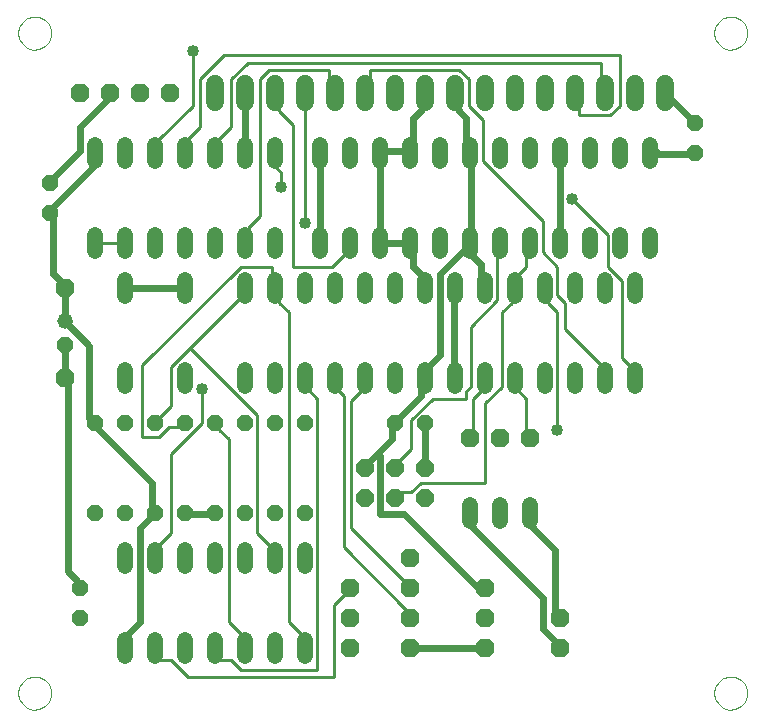
<source format=gtl>
G75*
G70*
%OFA0B0*%
%FSLAX24Y24*%
%IPPOS*%
%LPD*%
%AMOC8*
5,1,8,0,0,1.08239X$1,22.5*
%
%ADD10C,0.0000*%
%ADD11C,0.0520*%
%ADD12OC8,0.0520*%
%ADD13OC8,0.0600*%
%ADD14OC8,0.0630*%
%ADD15C,0.0600*%
%ADD16C,0.0520*%
%ADD17C,0.0240*%
%ADD18C,0.0100*%
%ADD19C,0.0400*%
D10*
X000634Y001185D02*
X000671Y001384D01*
X000778Y001556D01*
X000939Y001678D01*
X001134Y001734D01*
X001336Y001715D01*
X001517Y001625D01*
X001653Y001475D01*
X001727Y001286D01*
X001727Y001084D01*
X001653Y000895D01*
X001517Y000745D01*
X001336Y000655D01*
X001134Y000636D01*
X000939Y000692D01*
X000778Y000814D01*
X000671Y000986D01*
X000634Y001185D01*
X000634Y023185D02*
X000671Y023384D01*
X000778Y023556D01*
X000939Y023678D01*
X001134Y023734D01*
X001336Y023715D01*
X001517Y023625D01*
X001653Y023475D01*
X001727Y023286D01*
X001727Y023084D01*
X001653Y022895D01*
X001517Y022745D01*
X001336Y022655D01*
X001134Y022636D01*
X000939Y022692D01*
X000778Y022814D01*
X000671Y022986D01*
X000634Y023185D01*
X023834Y023185D02*
X023871Y023384D01*
X023978Y023556D01*
X024139Y023678D01*
X024334Y023734D01*
X024536Y023715D01*
X024717Y023625D01*
X024853Y023475D01*
X024927Y023286D01*
X024927Y023084D01*
X024853Y022895D01*
X024717Y022745D01*
X024536Y022655D01*
X024334Y022636D01*
X024139Y022692D01*
X023978Y022814D01*
X023871Y022986D01*
X023834Y023185D01*
X023834Y001185D02*
X023871Y001384D01*
X023978Y001556D01*
X024139Y001678D01*
X024334Y001734D01*
X024536Y001715D01*
X024717Y001625D01*
X024853Y001475D01*
X024927Y001286D01*
X024927Y001084D01*
X024853Y000895D01*
X024717Y000745D01*
X024536Y000655D01*
X024334Y000636D01*
X024139Y000692D01*
X023978Y000814D01*
X023871Y000986D01*
X023834Y001185D01*
D11*
X017685Y006925D02*
X017685Y007445D01*
X016685Y007445D02*
X016685Y006925D01*
X015685Y006925D02*
X015685Y007445D01*
X015185Y011425D02*
X015185Y011945D01*
X014185Y011945D02*
X014185Y011425D01*
X013185Y011425D02*
X013185Y011945D01*
X012185Y011945D02*
X012185Y011425D01*
X011185Y011425D02*
X011185Y011945D01*
X010185Y011945D02*
X010185Y011425D01*
X009185Y011425D02*
X009185Y011945D01*
X008185Y011945D02*
X008185Y011425D01*
X006185Y011425D02*
X006185Y011945D01*
X004185Y011945D02*
X004185Y011425D01*
X004185Y014425D02*
X004185Y014945D01*
X004185Y015925D02*
X004185Y016445D01*
X003185Y016445D02*
X003185Y015925D01*
X005185Y015925D02*
X005185Y016445D01*
X006185Y016445D02*
X006185Y015925D01*
X006185Y014945D02*
X006185Y014425D01*
X007185Y015925D02*
X007185Y016445D01*
X008185Y016445D02*
X008185Y015925D01*
X008185Y014945D02*
X008185Y014425D01*
X009185Y014425D02*
X009185Y014945D01*
X009185Y015925D02*
X009185Y016445D01*
X010685Y016445D02*
X010685Y015925D01*
X011685Y015925D02*
X011685Y016445D01*
X012685Y016445D02*
X012685Y015925D01*
X013685Y015925D02*
X013685Y016445D01*
X014685Y016445D02*
X014685Y015925D01*
X015685Y015925D02*
X015685Y016445D01*
X016685Y016445D02*
X016685Y015925D01*
X017685Y015925D02*
X017685Y016445D01*
X018685Y016445D02*
X018685Y015925D01*
X019685Y015925D02*
X019685Y016445D01*
X020685Y016445D02*
X020685Y015925D01*
X021685Y015925D02*
X021685Y016445D01*
X021185Y014945D02*
X021185Y014425D01*
X020185Y014425D02*
X020185Y014945D01*
X019185Y014945D02*
X019185Y014425D01*
X018185Y014425D02*
X018185Y014945D01*
X017185Y014945D02*
X017185Y014425D01*
X016185Y014425D02*
X016185Y014945D01*
X015185Y014945D02*
X015185Y014425D01*
X014185Y014425D02*
X014185Y014945D01*
X013185Y014945D02*
X013185Y014425D01*
X012185Y014425D02*
X012185Y014945D01*
X011185Y014945D02*
X011185Y014425D01*
X010185Y014425D02*
X010185Y014945D01*
X010685Y018925D02*
X010685Y019445D01*
X011685Y019445D02*
X011685Y018925D01*
X012685Y018925D02*
X012685Y019445D01*
X013685Y019445D02*
X013685Y018925D01*
X014685Y018925D02*
X014685Y019445D01*
X015685Y019445D02*
X015685Y018925D01*
X016685Y018925D02*
X016685Y019445D01*
X017685Y019445D02*
X017685Y018925D01*
X018685Y018925D02*
X018685Y019445D01*
X019685Y019445D02*
X019685Y018925D01*
X020685Y018925D02*
X020685Y019445D01*
X021685Y019445D02*
X021685Y018925D01*
X021185Y011945D02*
X021185Y011425D01*
X020185Y011425D02*
X020185Y011945D01*
X019185Y011945D02*
X019185Y011425D01*
X018185Y011425D02*
X018185Y011945D01*
X017185Y011945D02*
X017185Y011425D01*
X016185Y011425D02*
X016185Y011945D01*
X010185Y005945D02*
X010185Y005425D01*
X009185Y005425D02*
X009185Y005945D01*
X008185Y005945D02*
X008185Y005425D01*
X007185Y005425D02*
X007185Y005945D01*
X006185Y005945D02*
X006185Y005425D01*
X005185Y005425D02*
X005185Y005945D01*
X004185Y005945D02*
X004185Y005425D01*
X004185Y002945D02*
X004185Y002425D01*
X005185Y002425D02*
X005185Y002945D01*
X006185Y002945D02*
X006185Y002425D01*
X007185Y002425D02*
X007185Y002945D01*
X008185Y002945D02*
X008185Y002425D01*
X009185Y002425D02*
X009185Y002945D01*
X010185Y002945D02*
X010185Y002425D01*
X009185Y018925D02*
X009185Y019445D01*
X008185Y019445D02*
X008185Y018925D01*
X007185Y018925D02*
X007185Y019445D01*
X006185Y019445D02*
X006185Y018925D01*
X005185Y018925D02*
X005185Y019445D01*
X004185Y019445D02*
X004185Y018925D01*
X003185Y018925D02*
X003185Y019445D01*
D12*
X001685Y018185D03*
X001685Y017185D03*
X002185Y012785D03*
X003185Y010185D03*
X004185Y010185D03*
X005185Y010185D03*
X006185Y010185D03*
X007185Y010185D03*
X008185Y010185D03*
X009185Y010185D03*
X010185Y010185D03*
X013185Y010185D03*
X014185Y010185D03*
X010185Y007185D03*
X009185Y007185D03*
X008185Y007185D03*
X007185Y007185D03*
X006185Y007185D03*
X005185Y007185D03*
X004185Y007185D03*
X003185Y007185D03*
X002685Y004685D03*
X002685Y003685D03*
X023185Y019185D03*
X023185Y020185D03*
D13*
X014185Y008685D03*
X014185Y007685D03*
X013185Y007685D03*
X012185Y007685D03*
X012185Y008685D03*
X013185Y008685D03*
D14*
X015685Y009685D03*
X016685Y009685D03*
X017685Y009685D03*
X013685Y005685D03*
X013685Y004685D03*
X013685Y003685D03*
X013685Y002685D03*
X011685Y002685D03*
X011685Y003685D03*
X011685Y004685D03*
X016185Y004685D03*
X016185Y003685D03*
X016185Y002685D03*
X018685Y002685D03*
X018685Y003685D03*
X002185Y011685D03*
X002185Y014685D03*
X002685Y021185D03*
X003685Y021185D03*
X004685Y021185D03*
X005685Y021185D03*
D15*
X007185Y020885D02*
X007185Y021485D01*
X008185Y021485D02*
X008185Y020885D01*
X009185Y020885D02*
X009185Y021485D01*
X010185Y021485D02*
X010185Y020885D01*
X011185Y020885D02*
X011185Y021485D01*
X012185Y021485D02*
X012185Y020885D01*
X013185Y020885D02*
X013185Y021485D01*
X014185Y021485D02*
X014185Y020885D01*
X015185Y020885D02*
X015185Y021485D01*
X016185Y021485D02*
X016185Y020885D01*
X017185Y020885D02*
X017185Y021485D01*
X018185Y021485D02*
X018185Y020885D01*
X019185Y020885D02*
X019185Y021485D01*
X020185Y021485D02*
X020185Y020885D01*
X021185Y020885D02*
X021185Y021485D01*
X022185Y021485D02*
X022185Y020885D01*
D16*
X002185Y013585D03*
D17*
X003005Y012765D01*
X003005Y010365D01*
X003185Y010185D01*
X003325Y009965D01*
X005085Y008205D01*
X005085Y007405D01*
X005185Y007185D01*
X004685Y006685D01*
X004685Y003565D01*
X004285Y003165D01*
X004185Y002685D01*
X002685Y004685D02*
X002605Y004925D01*
X002285Y005245D01*
X002285Y011405D01*
X002185Y011685D01*
X002205Y011965D01*
X002205Y012605D01*
X002185Y012785D01*
X002185Y013585D02*
X002205Y013805D01*
X002205Y014445D01*
X002185Y014685D01*
X002045Y014925D01*
X001805Y015165D01*
X001805Y017005D01*
X001685Y017185D01*
X001805Y017405D01*
X003085Y018685D01*
X003185Y019185D01*
X002685Y019245D02*
X002685Y020045D01*
X003565Y020925D01*
X003685Y021185D01*
X002685Y019245D02*
X001805Y018365D01*
X001685Y018185D01*
X004185Y014685D02*
X006185Y014685D01*
X010685Y016185D02*
X010685Y019185D01*
X012685Y019185D02*
X012685Y016185D01*
X012925Y016205D01*
X013485Y016205D01*
X013685Y016185D01*
X013805Y015725D01*
X013805Y015405D01*
X014045Y015165D01*
X014185Y014685D01*
X014685Y015165D02*
X015485Y015965D01*
X015685Y016185D01*
X015725Y016685D01*
X015725Y018685D01*
X015685Y019185D01*
X015565Y019645D01*
X015565Y020365D01*
X015325Y020605D01*
X015185Y021185D01*
X014185Y021185D02*
X014045Y020605D01*
X013805Y020365D01*
X013805Y019645D01*
X013685Y019185D01*
X013485Y019245D01*
X012925Y019245D01*
X012685Y019185D01*
X015685Y016185D02*
X015805Y015725D01*
X016045Y015485D01*
X016045Y015165D01*
X016185Y014685D01*
X015185Y014685D02*
X015165Y014205D01*
X015165Y012125D01*
X015185Y011685D01*
X014685Y012445D02*
X014365Y012125D01*
X014185Y011685D01*
X014045Y011245D01*
X014045Y011085D01*
X013325Y010365D01*
X013185Y010185D01*
X013085Y009965D01*
X013085Y009645D01*
X012605Y009165D01*
X012685Y009085D01*
X012685Y007165D01*
X013485Y007165D01*
X015885Y004765D01*
X016185Y004685D01*
X018125Y004365D02*
X015805Y006685D01*
X015685Y007185D01*
X014185Y008685D02*
X014205Y008925D01*
X014205Y009965D01*
X014185Y010185D01*
X012605Y009165D02*
X012365Y008925D01*
X012185Y008685D01*
X014685Y012445D02*
X014685Y015165D01*
X018685Y016185D02*
X018685Y019185D01*
X021685Y019185D02*
X021885Y019245D01*
X021965Y019165D01*
X023005Y019165D01*
X023185Y019185D01*
X023185Y020185D02*
X022185Y021185D01*
X008205Y020605D02*
X008205Y019645D01*
X008185Y019185D01*
X008205Y020605D02*
X008185Y021185D01*
X007185Y007185D02*
X007005Y007165D01*
X006365Y007165D01*
X006185Y007185D01*
X013685Y002685D02*
X016185Y002685D01*
X018125Y003325D02*
X018525Y002925D01*
X018685Y002685D01*
X018125Y003325D02*
X018125Y004365D01*
X018525Y003965D02*
X018685Y003685D01*
X018525Y003965D02*
X018525Y005965D01*
X017805Y006685D01*
X017685Y007185D01*
D18*
X016205Y008205D02*
X016205Y010845D01*
X016765Y011405D01*
X016765Y013885D01*
X017085Y014205D01*
X017185Y014685D01*
X017325Y015165D01*
X017565Y015405D01*
X017565Y015725D01*
X017685Y016185D01*
X018125Y015885D02*
X018125Y016925D01*
X016125Y018925D01*
X016125Y020285D01*
X015645Y020765D01*
X015645Y021645D01*
X015325Y021965D01*
X012365Y021965D01*
X012365Y021725D01*
X012185Y021185D01*
X011185Y021185D02*
X011005Y021725D01*
X011005Y021965D01*
X009005Y021965D01*
X008685Y021645D01*
X008685Y017085D01*
X008285Y016685D01*
X008185Y016185D01*
X008045Y015405D02*
X009085Y015405D01*
X009085Y015165D01*
X009185Y014685D01*
X009325Y014205D01*
X009645Y013885D01*
X009645Y003565D01*
X010045Y003165D01*
X010185Y002685D01*
X010605Y001965D02*
X010605Y011005D01*
X010365Y011245D01*
X010185Y011685D01*
X011185Y011685D02*
X011325Y011245D01*
X011485Y011085D01*
X011485Y006045D01*
X013565Y003965D01*
X013685Y003685D01*
X013685Y004685D02*
X013485Y004925D01*
X011725Y006685D01*
X011725Y010925D01*
X012045Y011245D01*
X012185Y011685D01*
X013725Y010285D02*
X014445Y011005D01*
X015565Y011005D01*
X015565Y011245D01*
X015725Y011405D01*
X015725Y013405D01*
X016605Y014285D01*
X016605Y015725D01*
X016685Y016185D01*
X018125Y015885D02*
X018605Y015405D01*
X018605Y014445D01*
X018845Y014205D01*
X018845Y013325D01*
X020045Y012125D01*
X020185Y011685D01*
X020765Y012365D02*
X021005Y012125D01*
X021185Y011685D01*
X020765Y012365D02*
X020765Y014925D01*
X020285Y015405D01*
X020285Y016445D01*
X019085Y017645D01*
X019325Y020445D02*
X019325Y020605D01*
X019185Y021185D01*
X019325Y020445D02*
X020365Y020445D01*
X020685Y020765D01*
X020685Y022445D01*
X007485Y022445D01*
X006685Y021645D01*
X006685Y020045D01*
X006285Y019645D01*
X006185Y019185D01*
X005325Y019645D02*
X005185Y019185D01*
X005325Y019645D02*
X006445Y020765D01*
X006445Y022605D01*
X007725Y021645D02*
X008285Y022205D01*
X020045Y022205D01*
X020045Y021725D01*
X020185Y021185D01*
X018185Y014685D02*
X018285Y014205D01*
X018605Y013885D01*
X018605Y009965D01*
X017685Y009685D02*
X017565Y009965D01*
X017565Y011005D01*
X017325Y011245D01*
X017185Y011685D01*
X016185Y011685D02*
X016045Y011245D01*
X015805Y011005D01*
X015805Y009965D01*
X015685Y009685D01*
X016205Y008205D02*
X014045Y008205D01*
X013725Y007885D01*
X013405Y007885D01*
X013185Y007685D01*
X013185Y008685D02*
X013325Y008925D01*
X013725Y009325D01*
X013725Y010285D01*
X009005Y006125D02*
X009185Y005685D01*
X009005Y006125D02*
X008605Y006525D01*
X008605Y010445D01*
X006365Y012685D01*
X005725Y012045D01*
X005725Y010765D01*
X005325Y010365D01*
X005185Y010185D01*
X005325Y009725D02*
X005645Y010045D01*
X005965Y010045D01*
X006185Y010185D01*
X006765Y010205D02*
X006765Y011325D01*
X006765Y010205D02*
X005725Y009165D01*
X005725Y006525D01*
X005325Y006125D01*
X005185Y005685D01*
X007645Y003565D02*
X007645Y009645D01*
X007325Y009965D01*
X007185Y010185D01*
X005325Y009725D02*
X004765Y009725D01*
X004765Y012125D01*
X008045Y015405D01*
X008185Y014685D02*
X007965Y014285D01*
X006365Y012685D01*
X009805Y015405D02*
X009805Y020125D01*
X009325Y020605D01*
X009185Y021185D01*
X010185Y021185D02*
X010205Y020605D01*
X010205Y016845D01*
X009405Y018045D02*
X009405Y018525D01*
X009245Y018685D01*
X009185Y019185D01*
X007725Y020045D02*
X007725Y021645D01*
X007725Y020045D02*
X007325Y019645D01*
X007185Y019185D01*
X004185Y016185D02*
X003965Y016205D01*
X003405Y016205D01*
X003185Y016185D01*
X009805Y015405D02*
X011085Y015405D01*
X011485Y015805D01*
X011685Y016185D01*
X011685Y004685D02*
X011485Y004445D01*
X011165Y004125D01*
X011165Y001725D01*
X006285Y001725D01*
X005725Y002285D01*
X005405Y002285D01*
X005185Y002685D01*
X007185Y002685D02*
X007405Y002285D01*
X007725Y002285D01*
X008045Y001965D01*
X010605Y001965D01*
X008185Y002685D02*
X008045Y003165D01*
X007645Y003565D01*
D19*
X006765Y011325D03*
X010205Y016845D03*
X009405Y018045D03*
X006445Y022605D03*
X019085Y017645D03*
X018605Y009965D03*
M02*

</source>
